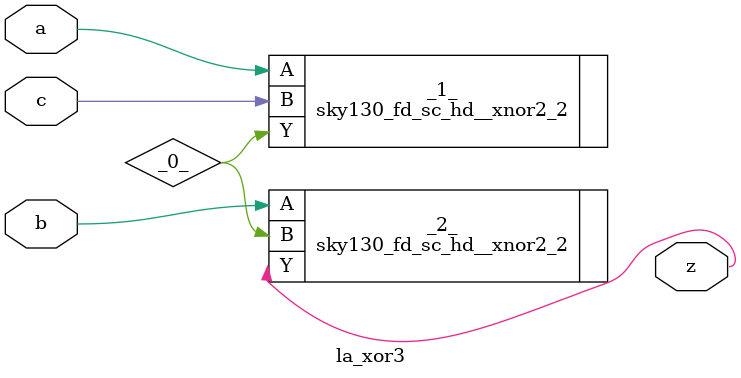
<source format=v>

module la_xor3(a, b, c, z);
  wire _0_;
  input a;
  input b;
  input c;
  output z;
  sky130_fd_sc_hd__xnor2_2 _1_ (
    .A(a),
    .B(c),
    .Y(_0_)
  );
  sky130_fd_sc_hd__xnor2_2 _2_ (
    .A(b),
    .B(_0_),
    .Y(z)
  );
endmodule

</source>
